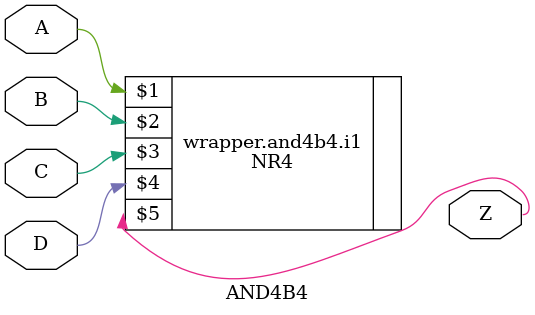
<source format=v>
`resetall
`timescale 1 ns / 100 ps

/* Created by DB2VERILOG Version 1.0.1.1 on Fri May 13 11:43:49 1994 */
/* module compiled from "lsl2db 3.6.4" run */


`celldefine
module  AND4B4  (A, B, C, D, Z);
input  A, B, C, D;
output Z;
NR4 \wrapper.and4b4.i1 (A, B, C, D, Z);

endmodule 
`endcelldefine

</source>
